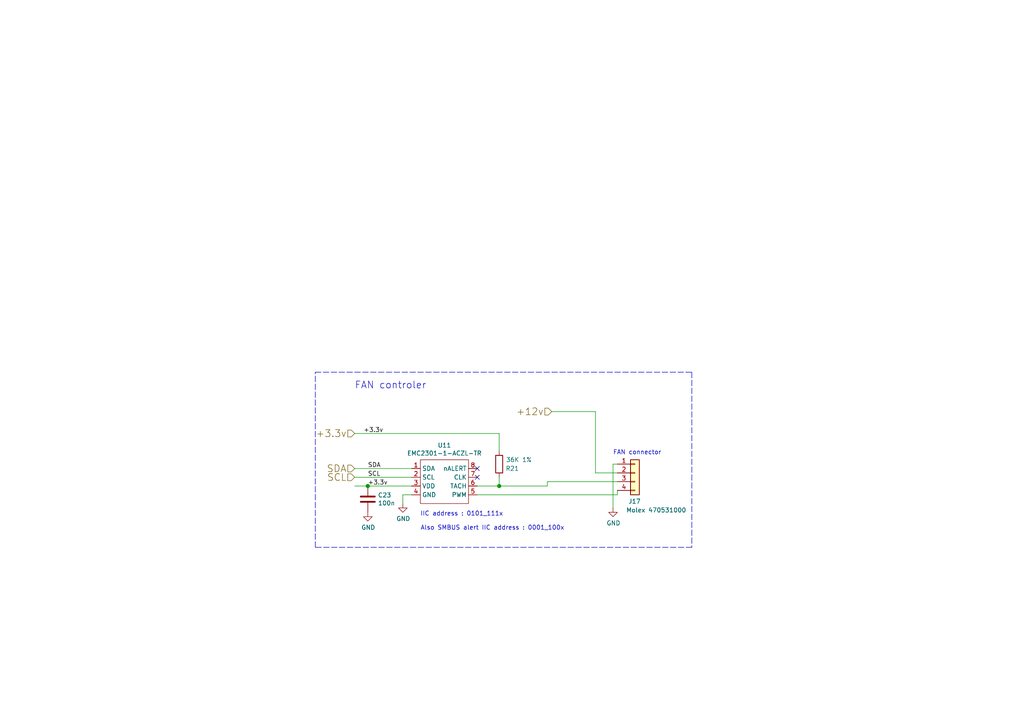
<source format=kicad_sch>
(kicad_sch (version 20231120) (generator "eeschema") (generator_version "8.0")
  (paper "A4")
  (title_block (title "Compute Module 4 IO Board - RTC - FAN") (rev "1") (company "© 2020-2022 Raspberry Pi Ltd (formerly Raspberry Pi (Trading) Ltd.)") (comment 1 "www.raspberrypi.com"))
  (lib_symbols
    (symbol "CM4IO:EMC2301"
      (property "Reference" "U" (at -7.62 13.97 0))
      (property "Value" "EMC2301" (at -1.27 -1.27 0))
      (symbol "EMC2301_0_0"
        (pin open_collector line (at -11.43 10.16 0) (length 2.54) (name "SDA") (number "1"))
        (pin open_collector line (at -11.43 7.62 0) (length 2.54) (name "SCL") (number "2"))
        (pin power_in line (at -11.43 5.08 0) (length 2.54) (name "VDD") (number "3"))
        (pin power_in line (at -11.43 2.54 0) (length 2.54) (name "GND") (number "4"))
        (pin output line (at 7.62 2.54 180) (length 2.54) (name "PWM") (number "5"))
        (pin input line (at 7.62 5.08 180) (length 2.54) (name "TACH") (number "6"))
        (pin input line (at 7.62 7.62 180) (length 2.54) (name "CLK") (number "7"))
        (pin open_collector line (at 7.62 10.16 180) (length 2.54) (name "nALERT") (number "8"))
      )
      (symbol "EMC2301_0_1"
        (rectangle (start -8.89 12.7) (end 5.08 0))
      )
    )
    (symbol "Connector_Generic:Conn_01x04" (pin_names hide)
      (property "Reference" "J" (at 0 5.08 0))
      (property "Value" "Conn_01x04" (at 0 -7.62 0))
      (symbol "Conn_01x04_1_1"
        (rectangle (start -1.27 -4.953) (end 0 -5.207))
        (rectangle (start -1.27 -2.413) (end 0 -2.667))
        (rectangle (start -1.27 0.127) (end 0 -0.127))
        (rectangle (start -1.27 2.667) (end 0 2.413))
        (rectangle (start -1.27 3.81) (end 1.27 -6.35) (stroke (width 0.254)) (fill (type background)))
        (pin passive line (at -5.08 2.54 0) (length 3.81) (name "Pin_1") (number "1"))
        (pin passive line (at -5.08 0 0) (length 3.81) (name "Pin_2") (number "2"))
        (pin passive line (at -5.08 -2.54 0) (length 3.81) (name "Pin_3") (number "3"))
        (pin passive line (at -5.08 -5.08 0) (length 3.81) (name "Pin_4") (number "4"))
      )
    )
    (symbol "Device:C" (pin_numbers hide) (pin_names (offset 0.254))
      (property "Reference" "C" (at 0.635 2.54 0))
      (property "Value" "C" (at 0.635 -2.54 0))
      (symbol "C_0_1"
        (polyline (pts (xy -2.032 -0.762) (xy 2.032 -0.762)) (stroke (width 0.508)))
        (polyline (pts (xy -2.032 0.762) (xy 2.032 0.762)) (stroke (width 0.508)))
      )
      (symbol "C_1_1"
        (pin passive line (at 0 3.81 270) (length 2.794) (name "~") (number "1"))
        (pin passive line (at 0 -3.81 90) (length 2.794) (name "~") (number "2"))
      )
    )
    (symbol "Device:R" (pin_numbers hide) (pin_names (offset 0))
      (property "Reference" "R" (at 2.032 0 90))
      (property "Value" "R" (at 0 0 90))
      (symbol "R_0_1"
        (rectangle (start -1.016 -2.54) (end 1.016 2.54) (stroke (width 0.254)))
      )
      (symbol "R_1_1"
        (pin passive line (at 0 3.81 270) (length 1.27) (name "~") (number "1"))
        (pin passive line (at 0 -3.81 90) (length 1.27) (name "~") (number "2"))
      )
    )
    (symbol "power:GND" (power) (pin_names (offset 0))
      (property "Value" "GND" (at 0 -3.81 0))
      (symbol "GND_0_1"
        (polyline (pts (xy 0 0) (xy 0 -1.27) (xy 1.27 -1.27) (xy 0 -2.54) (xy -1.27 -1.27) (xy 0 -1.27)))
      )
      (symbol "GND_1_1"
        (pin power_in line (at 0 0 270) (length 0) hide (name "GND") (number "1"))
      )
    )
  )
  (junction (at 144.78 140.97) (diameter 1.016))
  (junction (at 106.68 140.97) (diameter 1.016))
  (no_connect (at 138.43 138.43))
  (no_connect (at 138.43 135.89))
  (wire (pts (xy 116.84 143.51) (xy 116.84 146.05)))
  (wire (pts (xy 102.87 125.73) (xy 144.78 125.73)))
  (wire (pts (xy 106.68 140.97) (xy 102.87 140.97)))
  (polyline (pts (xy 200.66 158.75) (xy 91.44 158.75)) (stroke (width 0) (type dash)))
  (wire (pts (xy 172.72 119.38) (xy 172.72 137.16)))
  (wire (pts (xy 144.78 125.73) (xy 144.78 130.81)))
  (wire (pts (xy 144.78 140.97) (xy 158.75 140.97)))
  (polyline (pts (xy 91.44 107.95) (xy 200.66 107.95)) (stroke (width 0) (type dash)))
  (wire (pts (xy 179.07 143.51) (xy 179.07 142.24)))
  (wire (pts (xy 179.07 137.16) (xy 172.72 137.16)))
  (polyline (pts (xy 200.66 107.95) (xy 200.66 158.75)) (stroke (width 0) (type dash)))
  (wire (pts (xy 119.38 143.51) (xy 116.84 143.51)))
  (wire (pts (xy 144.78 140.97) (xy 144.78 138.43)))
  (wire (pts (xy 179.07 139.7) (xy 158.75 139.7)))
  (wire (pts (xy 138.43 143.51) (xy 179.07 143.51)))
  (wire (pts (xy 138.43 140.97) (xy 144.78 140.97)))
  (wire (pts (xy 158.75 139.7) (xy 158.75 140.97)))
  (wire (pts (xy 179.07 134.62) (xy 177.8 134.62)))
  (polyline (pts (xy 91.44 158.75) (xy 91.44 107.95)) (stroke (width 0) (type dash)))
  (wire (pts (xy 119.38 135.89) (xy 102.87 135.89)))
  (wire (pts (xy 119.38 140.97) (xy 106.68 140.97)))
  (wire (pts (xy 119.38 138.43) (xy 102.87 138.43)))
  (wire (pts (xy 177.8 134.62) (xy 177.8 147.32)))
  (wire (pts (xy 172.72 119.38) (xy 160.02 119.38)))
  (text "Also SMBUS alert IIC address : 0001_100x" (at 121.9454 153.9494 0) (effects (font (size 1.27 1.27)) (justify left bottom)))
  (text "IIC address : 0101_111x" (at 121.92 149.86 0) (effects (font (size 1.27 1.27)) (justify left bottom)))
  (text "FAN controler" (at 102.87 113.03 0) (effects (font (size 2.0066 2.0066)) (justify left bottom)))
  (text "FAN connector\n" (at 177.8 132.08 0) (effects (font (size 1.27 1.27)) (justify left bottom)))
  (label "SCL" (at 106.68 138.43 0))
  (label "SDA" (at 106.68 135.89 0))
  (label "+3.3v" (at 105.41 125.73 0))
  (label "+3.3v" (at 106.68 140.97 0))
  (hierarchical_label "+3.3v" (shape input) (at 102.87 125.73 180) (effects (font (size 2.0066 2.0066))))
  (hierarchical_label "+12v" (shape input) (at 160.02 119.38 180) (effects (font (size 2.0066 2.0066))))
  (hierarchical_label "SCL" (shape input) (at 102.87 138.43 180) (effects (font (size 2.0066 2.0066))))
  (hierarchical_label "SDA" (shape input) (at 102.87 135.89 180) (effects (font (size 2.0066 2.0066))))
  (symbol (lib_id "CM4IO:EMC2301") (at 130.81 146.05 0) (unit 1)
    (property "Reference" "U11" (at 128.905 129.159 0))
    (property "Value" "EMC2301-1-ACZL-TR" (at 128.905 131.4704 0))
    (property "Footprint" "Package_SO:MSOP-8_3x3mm_P0.65mm" (effects (hide yes)))
    (property "Datasheet" "https://ww1.microchip.com/downloads/en/DeviceDoc/2301.pdf" (effects (hide yes)))
    (property "Field4" "Digikey" (effects (hide yes)))
    (property "Field5" "EMC2301-1-ACZL-CT-ND" (effects (hide yes)))
    (property "Field6" "EMC2301-1-ACZL-TR" (effects (hide yes)))
    (property "Field7" "Microchip" (effects (hide yes)))
    (property "Part Description" "Motor Driver PWM 8-MSOP" (effects (hide yes)))
  )
  (symbol (lib_id "Device:C") (at 106.68 144.78 0) (unit 1)
    (property "Reference" "C23" (at 109.601 143.6116 0) (effects (justify left)))
    (property "Value" "100n" (at 109.601 145.923 0) (effects (justify left)))
    (property "Footprint" "Capacitor_SMD:C_0402_1005Metric" (effects (hide yes)))
    (property "Datasheet" "https://search.murata.co.jp/Ceramy/image/img/A01X/G101/ENG/GRM155R71C104KA88-01.pdf" (effects (hide yes)))
    (property "Field4" "Farnell" (effects (hide yes)))
    (property "Field5" "2611911" (effects (hide yes)))
    (property "Field6" "RM EMK105 B7104KV-F" (effects (hide yes)))
    (property "Field7" "TAIYO YUDEN EUROPE GMBH" (effects (hide yes)))
    (property "Part Description" "	0.1uF 10% 16V Ceramic Capacitor X7R 0402 (1005 Metric)" (effects (hide yes)))
    (property "Field8" "110091611" (effects (hide yes)))
  )
  (symbol (lib_id "power:GND") (at 106.68 148.59 0) (unit 1)
    (property "Reference" "#PWR032" (effects (hide yes)))
    (property "Value" "GND" (at 106.807 152.9842 0))
  )
  (symbol (lib_id "Connector_Generic:Conn_01x04") (at 184.15 137.16 0) (unit 1)
    (property "Reference" "J17" (at 182.245 145.415 0) (effects (justify left)))
    (property "Value" "Molex 470531000" (at 181.61 147.955 0) (effects (justify left)))
    (property "Footprint" "Connector:FanPinHeader_1x04_P2.54mm_Vertical" (effects (hide yes)))
    (property "Datasheet" "https://www.molex.com/pdm_docs/sd/470531000_sd.pdf" (effects (hide yes)))
    (property "Field4" "Farnell" (effects (hide yes)))
    (property "Field5" "	2313705" (effects (hide yes)))
    (property "Field6" "470531000" (effects (hide yes)))
    (property "Field7" "Molex" (effects (hide yes)))
    (property "Part Description" "	Connector Header Through Hole 4 position 0.100\" (2.54mm)" (effects (hide yes)))
  )
  (symbol (lib_id "Device:R") (at 144.78 134.62 180) (unit 1)
    (property "Reference" "R21" (at 148.59 135.89 0))
    (property "Value" "36K 1%" (at 150.495 133.35 0))
    (property "Footprint" "Resistor_SMD:R_0402_1005Metric" (effects (hide yes)))
    (property "Datasheet" "https://fscdn.rohm.com/en/products/databook/datasheet/passive/resistor/chip_resistor/mcr-e.pdf" (effects (hide yes)))
    (property "Field4" "Farnell" (effects (hide yes)))
    (property "Field5" "1458788" (effects (hide yes)))
    (property "Field7" "Rohm" (effects (hide yes)))
    (property "Field6" "MCR01MZPF3602" (effects (hide yes)))
    (property "Part Description" "Resistor 36K M1005 1% 63mW" (effects (hide yes)))
  )
  (symbol (lib_id "power:GND") (at 177.8 147.32 0) (unit 1)
    (property "Reference" "#PWR035" (effects (hide yes)))
    (property "Value" "GND" (at 177.927 151.7142 0))
  )
  (symbol (lib_id "power:GND") (at 116.84 146.05 0) (unit 1)
    (property "Reference" "#PWR033" (effects (hide yes)))
    (property "Value" "GND" (at 116.967 150.4442 0))
  )
)
</source>
